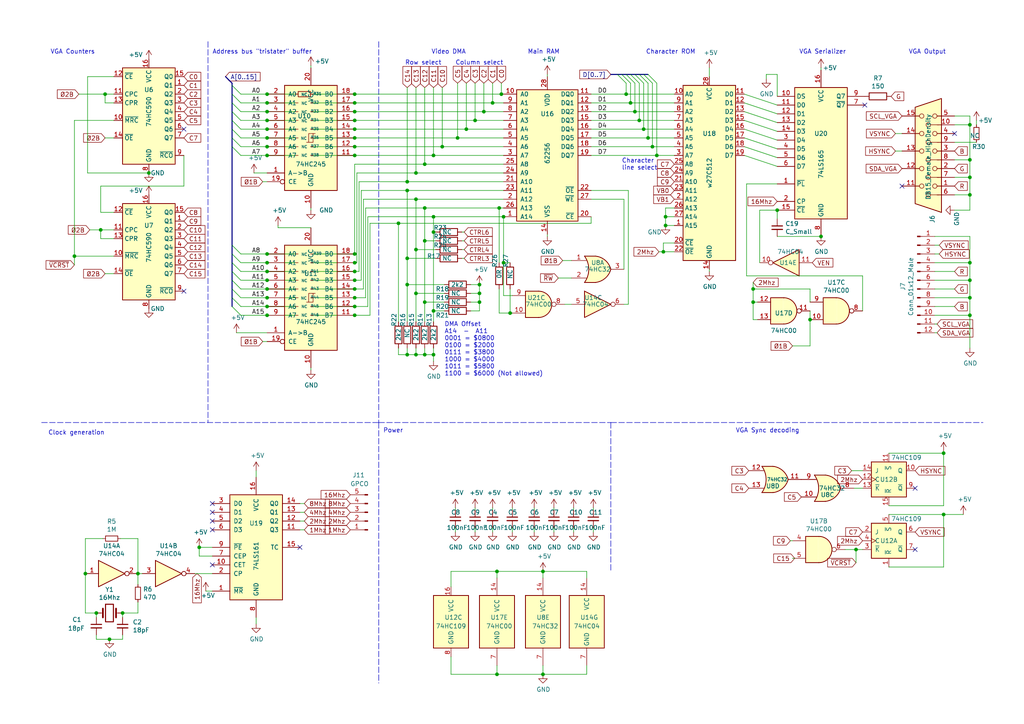
<source format=kicad_sch>
(kicad_sch (version 20211123) (generator eeschema)
  (paper "A4")
  (title_block (title "ABNielsen.com 6502 Single Board Computer") (rev "1") (comment 1 "Attribution-NonCommercial 4.0 International (CC BY-NC 4.0)"))
  (junction (at 125.73 67.31))
  (junction (at 190.5 45.085))
  (junction (at 118.11 102.87))
  (junction (at 77.47 91.44))
  (junction (at 125.73 102.87))
  (junction (at 35.56 177.8))
  (junction (at 146.05 76.2))
  (junction (at 120.65 102.87))
  (junction (at 115.57 64.77))
  (junction (at 139.065 87.63))
  (junction (at 27.94 177.8))
  (junction (at 77.47 42.545))
  (junction (at 132.715 40.005))
  (junction (at 77.47 45.085))
  (junction (at 184.15 32.385))
  (junction (at 145.415 27.305))
  (junction (at 281.305 46.355))
  (junction (at 24.765 166.37))
  (junction (at 120.65 57.785))
  (junction (at 281.305 91.44))
  (junction (at 120.65 72.39))
  (junction (at 125.73 90.17))
  (junction (at 77.47 78.74))
  (junction (at 182.88 29.845))
  (junction (at 77.47 81.28))
  (junction (at 118.11 52.705))
  (junction (at 123.19 47.625))
  (junction (at 102.87 42.545))
  (junction (at 102.87 88.9))
  (junction (at 77.47 83.82))
  (junction (at 281.305 86.36))
  (junction (at 102.87 45.085))
  (junction (at 118.11 55.245))
  (junction (at 185.42 34.925))
  (junction (at 77.47 32.385))
  (junction (at 146.05 62.865))
  (junction (at 77.47 88.9))
  (junction (at 40.005 166.37))
  (junction (at 193.04 62.865))
  (junction (at 238.125 68.58))
  (junction (at 118.11 74.93))
  (junction (at 123.19 102.87))
  (junction (at 102.87 40.005))
  (junction (at 31.75 185.42))
  (junction (at 77.47 29.845))
  (junction (at 281.305 36.195))
  (junction (at 123.19 60.325))
  (junction (at 77.47 76.2))
  (junction (at 128.27 42.545))
  (junction (at 144.78 60.325))
  (junction (at 77.47 86.36))
  (junction (at 234.95 92.71))
  (junction (at 21.59 74.295))
  (junction (at 189.23 42.545))
  (junction (at 30.48 27.305))
  (junction (at 120.65 50.165))
  (junction (at 186.69 37.465))
  (junction (at 281.305 76.2))
  (junction (at 102.87 76.2))
  (junction (at 29.21 66.675))
  (junction (at 102.87 81.28))
  (junction (at 57.785 158.75))
  (junction (at 137.795 34.925))
  (junction (at 102.87 83.82))
  (junction (at 157.48 195.58))
  (junction (at 120.65 85.09))
  (junction (at 273.685 131.445))
  (junction (at 102.87 27.305))
  (junction (at 192.405 73.025))
  (junction (at 218.44 83.82))
  (junction (at 273.685 149.225))
  (junction (at 77.47 73.66))
  (junction (at 118.11 82.55))
  (junction (at 102.87 29.845))
  (junction (at 144.145 165.735))
  (junction (at 281.305 51.435))
  (junction (at 281.305 81.28))
  (junction (at 77.47 34.925))
  (junction (at 139.065 85.09))
  (junction (at 144.145 195.58))
  (junction (at 139.065 82.55))
  (junction (at 102.87 78.74))
  (junction (at 102.87 37.465))
  (junction (at 102.87 73.66))
  (junction (at 125.73 62.865))
  (junction (at 225.425 60.96))
  (junction (at 123.19 87.63))
  (junction (at 248.285 159.385))
  (junction (at 102.87 34.925))
  (junction (at 77.47 37.465))
  (junction (at 135.255 37.465))
  (junction (at 43.18 50.165))
  (junction (at 281.305 56.515))
  (junction (at 102.87 86.36))
  (junction (at 102.87 32.385))
  (junction (at 123.19 69.85))
  (junction (at 125.73 45.085))
  (junction (at 140.335 32.385))
  (junction (at 193.04 65.405))
  (junction (at 77.47 40.005))
  (junction (at 157.48 165.735))
  (junction (at 218.44 87.63))
  (junction (at 102.87 91.44))
  (junction (at 181.61 27.305))
  (junction (at 77.47 27.305))
  (junction (at 147.955 90.805))
  (junction (at 187.96 40.005))
  (junction (at 142.875 29.845))
  (no_connect (at 261.62 53.975))
  (no_connect (at 53.34 37.465))
  (no_connect (at 265.43 159.385))
  (no_connect (at 250.825 30.48))
  (no_connect (at 61.595 146.05))
  (no_connect (at 61.595 153.67))
  (no_connect (at 276.86 38.735))
  (no_connect (at 53.34 84.455))
  (no_connect (at 61.595 148.59))
  (no_connect (at 265.43 141.605))
  (no_connect (at 61.595 151.13))
  (no_connect (at 86.995 158.75))
  (no_connect (at 61.595 163.83))
  (bus_entry (at 67.31 78.74) (size 2.54 2.54))
  (bus_entry (at 67.31 24.765) (size 2.54 2.54))
  (bus_entry (at 181.61 21.59) (size 2.54 2.54))
  (bus_entry (at 67.31 73.66) (size 2.54 2.54))
  (bus_entry (at 67.31 34.925) (size 2.54 2.54))
  (bus_entry (at 67.31 40.005) (size 2.54 2.54))
  (bus_entry (at 190.5 24.13) (size -2.54 -2.54))
  (bus_entry (at 67.31 86.36) (size 2.54 2.54))
  (bus_entry (at 185.42 24.13) (size -2.54 -2.54))
  (bus_entry (at 67.31 42.545) (size 2.54 2.54))
  (bus_entry (at 67.31 32.385) (size 2.54 2.54))
  (bus_entry (at 67.31 29.845) (size 2.54 2.54))
  (bus_entry (at 182.88 24.13) (size -2.54 -2.54))
  (bus_entry (at 189.23 24.13) (size -2.54 -2.54))
  (bus_entry (at 187.96 24.13) (size -2.54 -2.54))
  (bus_entry (at 186.69 24.13) (size -2.54 -2.54))
  (bus_entry (at 67.31 71.12) (size 2.54 2.54))
  (bus_entry (at 67.31 76.2) (size 2.54 2.54))
  (bus_entry (at 67.31 88.9) (size 2.54 2.54))
  (bus_entry (at 67.31 83.82) (size 2.54 2.54))
  (bus_entry (at 67.31 81.28) (size 2.54 2.54))
  (bus_entry (at 67.31 37.465) (size 2.54 2.54))
  (bus_entry (at 67.31 27.305) (size 2.54 2.54))
  (bus_entry (at 181.61 24.13) (size -2.54 -2.54))
  (wire (pts (xy 77.47 34.925) (xy 69.85 34.925)))
  (wire (pts (xy 76.2 99.06) (xy 77.47 99.06)))
  (wire (pts (xy 24.765 156.21) (xy 24.765 166.37)))
  (wire (pts (xy 133.985 69.85) (xy 134.62 69.85)))
  (wire (pts (xy 171.45 62.865) (xy 171.45 64.77)))
  (wire (pts (xy 90.17 60.96) (xy 90.17 60.325)))
  (wire (pts (xy 142.875 147.32) (xy 142.875 147.955)))
  (wire (pts (xy 120.65 102.87) (xy 123.19 102.87)))
  (wire (pts (xy 144.78 60.325) (xy 144.78 76.2)))
  (wire (pts (xy 53.34 45.085) (xy 53.34 53.975)))
  (bus (pts (xy 67.31 42.545) (xy 67.31 71.12)))
  (wire (pts (xy 86.995 151.13) (xy 88.265 151.13)))
  (wire (pts (xy 133.985 72.39) (xy 134.62 72.39)))
  (wire (pts (xy 195.58 70.485) (xy 192.405 70.485)))
  (wire (pts (xy 144.145 195.58) (xy 157.48 195.58)))
  (wire (pts (xy 77.47 37.465) (xy 85.725 37.465)))
  (wire (pts (xy 184.15 32.385) (xy 195.58 32.385)))
  (wire (pts (xy 120.65 85.09) (xy 128.905 85.09)))
  (wire (pts (xy 125.73 62.865) (xy 125.73 67.31)))
  (bus (pts (xy 180.34 21.59) (xy 181.61 21.59)))
  (wire (pts (xy 61.595 161.29) (xy 57.785 161.29)))
  (wire (pts (xy 281.305 36.195) (xy 281.305 46.355)))
  (wire (pts (xy 133.985 67.31) (xy 134.62 67.31)))
  (wire (pts (xy 123.19 47.625) (xy 146.05 47.625)))
  (wire (pts (xy 171.45 45.085) (xy 190.5 45.085)))
  (bus (pts (xy 184.15 21.59) (xy 185.42 21.59)))
  (wire (pts (xy 139.065 82.55) (xy 139.065 85.09)))
  (wire (pts (xy 154.94 147.32) (xy 154.94 147.955)))
  (bus (pts (xy 67.31 24.765) (xy 67.31 27.305)))
  (wire (pts (xy 192.405 73.025) (xy 195.58 73.025)))
  (wire (pts (xy 40.005 156.21) (xy 40.005 166.37)))
  (wire (pts (xy 136.525 82.55) (xy 139.065 82.55)))
  (wire (pts (xy 102.87 34.925) (xy 137.795 34.925)))
  (bus (pts (xy 67.31 29.845) (xy 67.31 32.385)))
  (wire (pts (xy 166.37 147.32) (xy 166.37 147.955)))
  (wire (pts (xy 77.47 52.705) (xy 76.2 52.705)))
  (wire (pts (xy 25.4 22.225) (xy 33.02 22.225)))
  (wire (pts (xy 215.9 27.305) (xy 225.425 30.48)))
  (wire (pts (xy 137.795 34.925) (xy 146.05 34.925)))
  (wire (pts (xy 257.81 149.225) (xy 273.685 149.225)))
  (wire (pts (xy 271.145 68.58) (xy 281.305 68.58)))
  (wire (pts (xy 147.955 83.82) (xy 147.955 90.805)))
  (wire (pts (xy 90.805 73.66) (xy 102.87 73.66)))
  (bus (pts (xy 177.165 21.59) (xy 179.07 21.59)))
  (wire (pts (xy 43.18 50.165) (xy 25.4 50.165)))
  (wire (pts (xy 250.19 80.01) (xy 216.535 80.01)))
  (wire (pts (xy 120.65 25.4) (xy 120.65 50.165)))
  (wire (pts (xy 120.65 72.39) (xy 126.365 72.39)))
  (wire (pts (xy 77.47 27.305) (xy 85.725 27.305)))
  (bus (pts (xy 179.07 21.59) (xy 180.34 21.59)))
  (wire (pts (xy 136.525 85.09) (xy 139.065 85.09)))
  (wire (pts (xy 132.08 147.32) (xy 132.08 147.955)))
  (wire (pts (xy 33.02 27.305) (xy 30.48 27.305)))
  (bus (pts (xy 67.31 34.925) (xy 67.31 37.465)))
  (wire (pts (xy 90.805 81.28) (xy 102.87 81.28)))
  (wire (pts (xy 102.87 27.305) (xy 145.415 27.305)))
  (wire (pts (xy 140.335 32.385) (xy 146.05 32.385)))
  (wire (pts (xy 77.47 83.82) (xy 69.85 83.82)))
  (wire (pts (xy 135.255 37.465) (xy 146.05 37.465)))
  (wire (pts (xy 145.415 24.13) (xy 145.415 27.305)))
  (wire (pts (xy 105.41 83.82) (xy 105.41 57.785)))
  (wire (pts (xy 191.135 73.025) (xy 192.405 73.025)))
  (wire (pts (xy 135.255 24.13) (xy 135.255 37.465)))
  (wire (pts (xy 142.875 29.845) (xy 146.05 29.845)))
  (wire (pts (xy 215.9 37.465) (xy 225.425 40.64)))
  (wire (pts (xy 120.65 85.09) (xy 120.65 93.345)))
  (wire (pts (xy 171.45 34.925) (xy 185.42 34.925)))
  (wire (pts (xy 107.315 64.77) (xy 107.315 91.44)))
  (wire (pts (xy 77.47 32.385) (xy 85.725 32.385)))
  (wire (pts (xy 276.86 46.355) (xy 281.305 46.355)))
  (wire (pts (xy 195.58 60.325) (xy 193.04 60.325)))
  (wire (pts (xy 90.805 91.44) (xy 102.87 91.44)))
  (wire (pts (xy 144.78 60.325) (xy 146.05 60.325)))
  (wire (pts (xy 225.425 68.58) (xy 238.125 68.58)))
  (wire (pts (xy 102.87 47.625) (xy 123.19 47.625)))
  (wire (pts (xy 215.9 45.085) (xy 225.425 48.26)))
  (wire (pts (xy 225.425 38.1) (xy 215.9 34.925)))
  (wire (pts (xy 273.685 149.225) (xy 273.685 164.465)))
  (wire (pts (xy 73.66 50.165) (xy 77.47 50.165)))
  (wire (pts (xy 137.795 147.32) (xy 137.795 147.955)))
  (bus (pts (xy 65.405 22.225) (xy 67.31 24.13)))
  (wire (pts (xy 53.34 53.975) (xy 29.21 53.975)))
  (wire (pts (xy 125.73 62.865) (xy 146.05 62.865)))
  (wire (pts (xy 24.765 166.37) (xy 24.765 177.8)))
  (wire (pts (xy 90.805 88.9) (xy 102.87 88.9)))
  (wire (pts (xy 123.19 69.85) (xy 126.365 69.85)))
  (wire (pts (xy 21.59 74.295) (xy 33.02 74.295)))
  (wire (pts (xy 133.985 74.93) (xy 134.62 74.93)))
  (wire (pts (xy 182.88 29.845) (xy 195.58 29.845)))
  (wire (pts (xy 193.04 62.865) (xy 193.04 65.405)))
  (wire (pts (xy 40.005 174.625) (xy 40.005 177.8)))
  (wire (pts (xy 185.42 24.13) (xy 185.42 34.925)))
  (wire (pts (xy 250.19 90.17) (xy 250.19 80.01)))
  (wire (pts (xy 220.345 76.2) (xy 220.345 60.96)))
  (wire (pts (xy 74.295 136.525) (xy 74.295 138.43)))
  (wire (pts (xy 77.47 42.545) (xy 85.725 42.545)))
  (wire (pts (xy 171.45 42.545) (xy 189.23 42.545)))
  (wire (pts (xy 33.02 61.595) (xy 29.21 61.595)))
  (wire (pts (xy 172.085 154.305) (xy 172.085 153.035)))
  (wire (pts (xy 102.87 40.005) (xy 132.715 40.005)))
  (wire (pts (xy 171.45 29.845) (xy 182.88 29.845)))
  (wire (pts (xy 21.59 74.295) (xy 21.59 76.835)))
  (wire (pts (xy 102.87 47.625) (xy 102.87 73.66)))
  (wire (pts (xy 34.925 156.21) (xy 40.005 156.21)))
  (wire (pts (xy 21.59 34.925) (xy 21.59 74.295)))
  (wire (pts (xy 77.47 32.385) (xy 69.85 32.385)))
  (wire (pts (xy 106.045 86.36) (xy 106.045 60.325)))
  (wire (pts (xy 104.14 52.705) (xy 118.11 52.705)))
  (wire (pts (xy 77.47 42.545) (xy 69.85 42.545)))
  (wire (pts (xy 271.145 86.36) (xy 281.305 86.36)))
  (wire (pts (xy 57.785 158.75) (xy 57.785 161.29)))
  (wire (pts (xy 139.065 90.17) (xy 136.525 90.17)))
  (wire (pts (xy 132.715 40.005) (xy 146.05 40.005)))
  (wire (pts (xy 56.515 166.37) (xy 61.595 166.37)))
  (polyline (pts (xy 177.165 122.555) (xy 285.115 122.555)))
  (wire (pts (xy 144.145 165.735) (xy 157.48 165.735)))
  (wire (pts (xy 106.045 60.325) (xy 123.19 60.325)))
  (wire (pts (xy 40.005 169.545) (xy 40.005 166.37)))
  (wire (pts (xy 118.11 82.55) (xy 128.905 82.55)))
  (wire (pts (xy 22.86 27.305) (xy 30.48 27.305)))
  (wire (pts (xy 118.11 74.93) (xy 118.11 82.55)))
  (wire (pts (xy 248.285 159.385) (xy 250.19 159.385)))
  (wire (pts (xy 281.305 33.655) (xy 281.305 36.195)))
  (wire (pts (xy 171.45 27.305) (xy 181.61 27.305)))
  (wire (pts (xy 77.47 34.925) (xy 85.725 34.925)))
  (wire (pts (xy 146.05 85.725) (xy 148.59 85.725)))
  (bus (pts (xy 67.31 73.66) (xy 67.31 76.2)))
  (wire (pts (xy 123.19 102.87) (xy 125.73 102.87)))
  (bus (pts (xy 67.31 81.28) (xy 67.31 83.82)))
  (wire (pts (xy 276.86 33.655) (xy 281.305 33.655)))
  (wire (pts (xy 171.45 55.245) (xy 182.245 55.245)))
  (wire (pts (xy 139.065 85.09) (xy 139.065 87.63)))
  (bus (pts (xy 67.31 86.36) (xy 67.31 88.9)))
  (wire (pts (xy 281.305 86.36) (xy 281.305 81.28)))
  (wire (pts (xy 216.535 53.34) (xy 225.425 53.34)))
  (wire (pts (xy 118.11 74.93) (xy 126.365 74.93)))
  (wire (pts (xy 276.86 41.275) (xy 283.21 41.275)))
  (wire (pts (xy 281.305 91.44) (xy 281.305 100.965)))
  (wire (pts (xy 245.11 159.385) (xy 248.285 159.385)))
  (wire (pts (xy 276.86 36.195) (xy 281.305 36.195)))
  (wire (pts (xy 215.9 42.545) (xy 225.425 45.72)))
  (wire (pts (xy 166.37 154.305) (xy 166.37 153.035)))
  (wire (pts (xy 86.995 146.05) (xy 88.265 146.05)))
  (wire (pts (xy 77.47 45.085) (xy 69.85 45.085)))
  (wire (pts (xy 130.81 170.18) (xy 130.81 165.735)))
  (wire (pts (xy 189.23 42.545) (xy 195.58 42.545)))
  (wire (pts (xy 271.145 83.82) (xy 276.86 83.82)))
  (wire (pts (xy 222.25 21.59) (xy 222.25 22.86)))
  (wire (pts (xy 137.795 154.305) (xy 137.795 153.035)))
  (polyline (pts (xy 12.065 122.555) (xy 109.855 122.555)))
  (wire (pts (xy 137.795 24.13) (xy 137.795 34.925)))
  (wire (pts (xy 77.47 88.9) (xy 69.85 88.9)))
  (wire (pts (xy 271.145 76.2) (xy 281.305 76.2)))
  (wire (pts (xy 105.41 57.785) (xy 120.65 57.785)))
  (wire (pts (xy 102.87 37.465) (xy 135.255 37.465)))
  (bus (pts (xy 67.31 24.13) (xy 67.31 24.765)))
  (wire (pts (xy 90.805 37.465) (xy 102.87 37.465)))
  (wire (pts (xy 184.15 24.13) (xy 184.15 32.385)))
  (wire (pts (xy 90.17 19.05) (xy 90.17 19.685)))
  (wire (pts (xy 195.58 62.865) (xy 193.04 62.865)))
  (wire (pts (xy 102.87 86.36) (xy 106.045 86.36)))
  (polyline (pts (xy 109.855 122.555) (xy 109.855 198.12)))
  (wire (pts (xy 281.305 76.2) (xy 281.305 68.58)))
  (wire (pts (xy 27.94 184.15) (xy 27.94 185.42)))
  (wire (pts (xy 86.995 148.59) (xy 88.265 148.59)))
  (wire (pts (xy 118.11 25.4) (xy 118.11 52.705)))
  (wire (pts (xy 90.17 66.04) (xy 80.645 66.04)))
  (wire (pts (xy 125.73 102.87) (xy 125.73 104.775)))
  (wire (pts (xy 118.11 55.245) (xy 118.11 74.93)))
  (wire (pts (xy 35.56 184.15) (xy 35.56 185.42)))
  (wire (pts (xy 118.11 100.965) (xy 118.11 102.87)))
  (wire (pts (xy 219.71 92.71) (xy 218.44 92.71)))
  (wire (pts (xy 130.81 195.58) (xy 144.145 195.58)))
  (wire (pts (xy 88.265 153.67) (xy 86.995 153.67)))
  (wire (pts (xy 123.19 25.4) (xy 123.19 47.625)))
  (wire (pts (xy 247.65 141.605) (xy 250.19 141.605)))
  (wire (pts (xy 218.44 83.82) (xy 218.44 81.915)))
  (wire (pts (xy 24.765 177.8) (xy 27.94 177.8)))
  (wire (pts (xy 77.47 40.005) (xy 85.725 40.005)))
  (wire (pts (xy 90.805 32.385) (xy 102.87 32.385)))
  (wire (pts (xy 35.56 177.8) (xy 35.56 179.07)))
  (wire (pts (xy 132.08 154.305) (xy 132.08 153.035)))
  (wire (pts (xy 259.715 38.735) (xy 261.62 38.735)))
  (wire (pts (xy 234.95 100.33) (xy 234.95 92.71)))
  (wire (pts (xy 142.875 24.13) (xy 142.875 29.845)))
  (wire (pts (xy 192.405 70.485) (xy 192.405 73.025)))
  (wire (pts (xy 104.775 55.245) (xy 118.11 55.245)))
  (bus (pts (xy 67.31 27.305) (xy 67.31 29.845)))
  (wire (pts (xy 77.47 40.005) (xy 69.85 40.005)))
  (wire (pts (xy 273.685 146.685) (xy 257.81 146.685)))
  (wire (pts (xy 281.305 51.435) (xy 281.305 56.515)))
  (wire (pts (xy 90.17 107.315) (xy 90.17 106.68)))
  (wire (pts (xy 115.57 102.87) (xy 118.11 102.87)))
  (wire (pts (xy 125.73 67.31) (xy 126.365 67.31)))
  (wire (pts (xy 225.425 43.18) (xy 215.9 40.005)))
  (wire (pts (xy 157.48 167.64) (xy 157.48 165.735)))
  (wire (pts (xy 77.47 76.2) (xy 69.85 76.2)))
  (wire (pts (xy 225.425 33.02) (xy 215.9 29.845)))
  (wire (pts (xy 40.005 166.37) (xy 41.275 166.37)))
  (wire (pts (xy 125.73 45.085) (xy 146.05 45.085)))
  (wire (pts (xy 27.94 185.42) (xy 31.75 185.42)))
  (wire (pts (xy 103.505 50.165) (xy 120.65 50.165)))
  (wire (pts (xy 182.88 24.13) (xy 182.88 29.845)))
  (wire (pts (xy 40.005 177.8) (xy 35.56 177.8)))
  (wire (pts (xy 77.47 29.845) (xy 69.85 29.845)))
  (wire (pts (xy 77.47 91.44) (xy 69.85 91.44)))
  (wire (pts (xy 247.015 136.525) (xy 250.19 136.525)))
  (wire (pts (xy 125.73 90.17) (xy 128.905 90.17)))
  (wire (pts (xy 182.245 88.265) (xy 180.975 88.265)))
  (wire (pts (xy 77.47 81.28) (xy 69.85 81.28)))
  (wire (pts (xy 172.085 147.32) (xy 172.085 147.955)))
  (wire (pts (xy 276.86 51.435) (xy 281.305 51.435)))
  (wire (pts (xy 61.595 158.75) (xy 57.785 158.75)))
  (wire (pts (xy 115.57 100.965) (xy 115.57 102.87)))
  (bus (pts (xy 186.69 21.59) (xy 187.96 21.59)))
  (wire (pts (xy 158.75 68.58) (xy 158.75 67.945)))
  (wire (pts (xy 102.87 32.385) (xy 140.335 32.385)))
  (wire (pts (xy 125.73 25.4) (xy 125.73 45.085)))
  (wire (pts (xy 180.975 78.105) (xy 180.975 57.785)))
  (wire (pts (xy 157.48 195.58) (xy 170.18 195.58)))
  (wire (pts (xy 215.9 32.385) (xy 225.425 35.56)))
  (wire (pts (xy 128.27 25.4) (xy 128.27 42.545)))
  (wire (pts (xy 281.305 60.96) (xy 276.86 60.96)))
  (wire (pts (xy 90.805 29.845) (xy 102.87 29.845)))
  (wire (pts (xy 225.425 63.5) (xy 225.425 60.96)))
  (bus (pts (xy 67.31 76.2) (xy 67.31 78.74)))
  (wire (pts (xy 26.035 66.675) (xy 29.21 66.675)))
  (wire (pts (xy 181.61 27.305) (xy 195.58 27.305)))
  (wire (pts (xy 257.81 131.445) (xy 273.685 131.445)))
  (wire (pts (xy 29.21 66.675) (xy 33.02 66.675)))
  (wire (pts (xy 132.715 24.13) (xy 132.715 40.005)))
  (wire (pts (xy 171.45 32.385) (xy 184.15 32.385)))
  (wire (pts (xy 90.805 27.305) (xy 102.87 27.305)))
  (wire (pts (xy 171.45 64.77) (xy 115.57 64.77)))
  (wire (pts (xy 29.21 53.975) (xy 29.21 61.595)))
  (wire (pts (xy 77.47 86.36) (xy 85.725 86.36)))
  (wire (pts (xy 77.47 83.82) (xy 85.725 83.82)))
  (wire (pts (xy 234.95 90.17) (xy 234.95 92.71)))
  (bus (pts (xy 67.31 83.82) (xy 67.31 86.36)))
  (wire (pts (xy 77.47 73.66) (xy 69.85 73.66)))
  (wire (pts (xy 102.87 78.74) (xy 104.14 78.74)))
  (wire (pts (xy 77.47 29.845) (xy 85.725 29.845)))
  (wire (pts (xy 219.71 87.63) (xy 218.44 87.63)))
  (wire (pts (xy 125.73 100.965) (xy 125.73 102.87)))
  (wire (pts (xy 74.295 180.975) (xy 74.295 179.07)))
  (wire (pts (xy 25.4 50.165) (xy 25.4 22.225)))
  (wire (pts (xy 120.65 57.785) (xy 146.05 57.785)))
  (wire (pts (xy 29.845 156.21) (xy 24.765 156.21)))
  (wire (pts (xy 90.805 76.2) (xy 102.87 76.2)))
  (wire (pts (xy 90.805 45.085) (xy 102.87 45.085)))
  (wire (pts (xy 128.27 42.545) (xy 146.05 42.545)))
  (wire (pts (xy 77.47 37.465) (xy 69.85 37.465)))
  (wire (pts (xy 77.47 78.74) (xy 85.725 78.74)))
  (wire (pts (xy 229.87 100.33) (xy 234.95 100.33)))
  (wire (pts (xy 163.195 75.565) (xy 165.735 75.565)))
  (wire (pts (xy 136.525 87.63) (xy 139.065 87.63)))
  (wire (pts (xy 238.125 20.32) (xy 238.125 19.685)))
  (wire (pts (xy 77.47 73.66) (xy 85.725 73.66)))
  (wire (pts (xy 281.305 91.44) (xy 281.305 86.36)))
  (wire (pts (xy 157.48 193.04) (xy 157.48 195.58)))
  (wire (pts (xy 225.425 21.59) (xy 222.25 21.59)))
  (wire (pts (xy 186.69 24.13) (xy 186.69 37.465)))
  (wire (pts (xy 171.45 37.465) (xy 186.69 37.465)))
  (wire (pts (xy 123.19 69.85) (xy 123.19 87.63)))
  (wire (pts (xy 102.87 83.82) (xy 105.41 83.82)))
  (wire (pts (xy 193.04 60.325) (xy 193.04 62.865)))
  (wire (pts (xy 229.235 156.845) (xy 229.87 156.845)))
  (bus (pts (xy 67.31 71.12) (xy 67.31 73.66)))
  (wire (pts (xy 77.47 86.36) (xy 69.85 86.36)))
  (wire (pts (xy 271.145 93.98) (xy 271.78 93.98)))
  (wire (pts (xy 106.68 62.865) (xy 125.73 62.865)))
  (wire (pts (xy 195.58 65.405) (xy 193.04 65.405)))
  (bus (pts (xy 67.31 37.465) (xy 67.31 40.005)))
  (wire (pts (xy 120.65 100.965) (xy 120.65 102.87)))
  (wire (pts (xy 144.145 167.64) (xy 144.145 165.735)))
  (wire (pts (xy 80.645 66.04) (xy 80.645 65.405)))
  (wire (pts (xy 271.78 96.52) (xy 271.145 96.52)))
  (wire (pts (xy 187.96 40.005) (xy 195.58 40.005)))
  (wire (pts (xy 281.305 56.515) (xy 281.305 60.96)))
  (wire (pts (xy 30.48 40.005) (xy 33.02 40.005)))
  (wire (pts (xy 90.805 34.925) (xy 102.87 34.925)))
  (wire (pts (xy 102.87 45.085) (xy 125.73 45.085)))
  (wire (pts (xy 123.19 60.325) (xy 144.78 60.325)))
  (wire (pts (xy 115.57 64.77) (xy 115.57 93.345)))
  (polyline (pts (xy 60.325 12.065) (xy 60.325 122.555)))
  (wire (pts (xy 118.11 82.55) (xy 118.11 93.345)))
  (wire (pts (xy 61.595 171.45) (xy 59.69 171.45)))
  (wire (pts (xy 90.805 42.545) (xy 102.87 42.545)))
  (wire (pts (xy 130.81 165.735) (xy 144.145 165.735)))
  (wire (pts (xy 77.47 88.9) (xy 85.725 88.9)))
  (wire (pts (xy 103.505 76.2) (xy 103.505 50.165)))
  (wire (pts (xy 123.19 87.63) (xy 123.19 93.345)))
  (wire (pts (xy 125.73 67.31) (xy 125.73 90.17)))
  (wire (pts (xy 170.18 195.58) (xy 170.18 193.04)))
  (wire (pts (xy 90.805 40.005) (xy 102.87 40.005)))
  (wire (pts (xy 259.715 43.815) (xy 261.62 43.815)))
  (wire (pts (xy 189.23 24.13) (xy 189.23 42.545)))
  (wire (pts (xy 30.48 79.375) (xy 33.02 79.375)))
  (wire (pts (xy 218.44 83.82) (xy 218.44 87.63)))
  (wire (pts (xy 225.425 27.94) (xy 225.425 21.59)))
  (wire (pts (xy 123.19 60.325) (xy 123.19 69.85)))
  (wire (pts (xy 144.78 83.82) (xy 144.78 90.805)))
  (wire (pts (xy 154.94 154.305) (xy 154.94 153.035)))
  (wire (pts (xy 142.875 154.305) (xy 142.875 153.035)))
  (wire (pts (xy 77.47 27.305) (xy 69.85 27.305)))
  (wire (pts (xy 90.805 83.82) (xy 102.87 83.82)))
  (wire (pts (xy 163.83 88.265) (xy 165.735 88.265)))
  (wire (pts (xy 281.305 46.355) (xy 281.305 51.435)))
  (bus (pts (xy 67.31 40.005) (xy 67.31 42.545)))
  (wire (pts (xy 218.44 87.63) (xy 218.44 92.71)))
  (wire (pts (xy 273.685 131.445) (xy 273.685 146.685)))
  (wire (pts (xy 144.145 193.04) (xy 144.145 195.58)))
  (wire (pts (xy 148.59 147.32) (xy 148.59 147.955)))
  (wire (pts (xy 190.5 45.085) (xy 195.58 45.085)))
  (wire (pts (xy 33.02 34.925) (xy 21.59 34.925)))
  (wire (pts (xy 90.805 78.74) (xy 102.87 78.74)))
  (polyline (pts (xy 109.855 12.065) (xy 109.855 122.555)))
  (wire (pts (xy 139.065 87.63) (xy 139.065 90.17)))
  (wire (pts (xy 107.315 91.44) (xy 102.87 91.44)))
  (wire (pts (xy 102.87 81.28) (xy 104.775 81.28)))
  (wire (pts (xy 68.58 96.52) (xy 77.47 96.52)))
  (bus (pts (xy 181.61 21.59) (xy 182.88 21.59)))
  (wire (pts (xy 171.45 57.785) (xy 180.975 57.785)))
  (wire (pts (xy 30.48 29.845) (xy 33.02 29.845)))
  (wire (pts (xy 115.57 64.77) (xy 107.315 64.77)))
  (wire (pts (xy 271.145 88.9) (xy 276.86 88.9)))
  (wire (pts (xy 140.335 24.13) (xy 140.335 32.385)))
  (wire (pts (xy 123.19 100.965) (xy 123.19 102.87)))
  (polyline (pts (xy 109.855 122.555) (xy 177.165 122.555)))
  (wire (pts (xy 182.245 55.245) (xy 182.245 88.265)))
  (wire (pts (xy 30.48 27.305) (xy 30.48 29.845)))
  (wire (pts (xy 90.805 86.36) (xy 102.87 86.36)))
  (wire (pts (xy 120.65 57.785) (xy 120.65 72.39)))
  (wire (pts (xy 160.655 154.305) (xy 160.655 153.035)))
  (wire (pts (xy 125.73 90.17) (xy 125.73 93.345)))
  (wire (pts (xy 276.86 56.515) (xy 281.305 56.515)))
  (wire (pts (xy 31.75 185.42) (xy 35.56 185.42)))
  (wire (pts (xy 273.685 164.465) (xy 257.81 164.465)))
  (wire (pts (xy 106.68 88.9) (xy 106.68 62.865)))
  (wire (pts (xy 27.94 177.8) (xy 27.94 179.07)))
  (wire (pts (xy 220.345 60.96) (xy 225.425 60.96)))
  (wire (pts (xy 146.05 76.2) (xy 146.05 85.725)))
  (wire (pts (xy 271.145 91.44) (xy 281.305 91.44)))
  (wire (pts (xy 230.505 161.925) (xy 229.87 161.925)))
  (wire (pts (xy 273.685 149.225) (xy 279.4 149.225)))
  (wire (pts (xy 33.02 69.215) (xy 29.21 69.215)))
  (wire (pts (xy 123.19 87.63) (xy 128.905 87.63)))
  (wire (pts (xy 120.65 50.165) (xy 146.05 50.165)))
  (wire (pts (xy 171.45 40.005) (xy 187.96 40.005)))
  (wire (pts (xy 77.47 91.44) (xy 85.725 91.44)))
  (wire (pts (xy 271.145 81.28) (xy 281.305 81.28)))
  (wire (pts (xy 190.5 24.13) (xy 190.5 45.085)))
  (wire (pts (xy 77.47 76.2) (xy 85.725 76.2)))
  (wire (pts (xy 145.415 27.305) (xy 146.05 27.305)))
  (wire (pts (xy 130.81 190.5) (xy 130.81 195.58)))
  (wire (pts (xy 104.775 81.28) (xy 104.775 55.245)))
  (wire (pts (xy 234.95 87.63) (xy 234.95 83.82)))
  (wire (pts (xy 146.05 62.865) (xy 146.05 76.2)))
  (wire (pts (xy 272.415 73.66) (xy 271.145 73.66)))
  (bus (pts (xy 67.31 32.385) (xy 67.31 34.925)))
  (wire (pts (xy 120.65 72.39) (xy 120.65 85.09)))
  (wire (pts (xy 272.415 71.12) (xy 271.145 71.12)))
  (wire (pts (xy 248.285 159.385) (xy 248.285 163.195)))
  (wire (pts (xy 146.05 76.2) (xy 147.955 76.2)))
  (wire (pts (xy 205.74 78.74) (xy 205.74 78.105)))
  (wire (pts (xy 186.69 37.465) (xy 195.58 37.465)))
  (wire (pts (xy 77.47 45.085) (xy 85.725 45.085)))
  (wire (pts (xy 102.87 29.845) (xy 142.875 29.845)))
  (wire (pts (xy 102.87 88.9) (xy 106.68 88.9)))
  (wire (pts (xy 160.655 147.32) (xy 160.655 147.955)))
  (wire (pts (xy 170.18 165.735) (xy 157.48 165.735)))
  (wire (pts (xy 158.75 22.225) (xy 158.75 21.59)))
  (wire (pts (xy 181.61 24.13) (xy 181.61 27.305)))
  (wire (pts (xy 118.11 102.87) (xy 120.65 102.87)))
  (wire (pts (xy 170.18 167.64) (xy 170.18 165.735)))
  (wire (pts (xy 148.59 154.305) (xy 148.59 153.035)))
  (wire (pts (xy 147.955 90.805) (xy 144.78 90.805)))
  (wire (pts (xy 29.21 69.215) (xy 29.21 66.675)))
  (bus (pts (xy 67.31 78.74) (xy 67.31 81.28)))
  (wire (pts (xy 273.685 131.445) (xy 273.685 130.81)))
  (polyline (pts (xy 177.165 122.555) (xy 177.165 165.735)))
  (wire (pts (xy 161.925 80.645) (xy 165.735 80.645)))
  (wire (pts (xy 118.11 52.705) (xy 146.05 52.705)))
  (bus (pts (xy 182.88 21.59) (xy 184.15 21.59)))
  (wire (pts (xy 104.14 78.74) (xy 104.14 52.705)))
  (wire (pts (xy 234.95 83.82) (xy 218.44 83.82)))
  (wire (pts (xy 118.11 55.245) (xy 146.05 55.245)))
  (wire (pts (xy 77.47 78.74) (xy 69.85 78.74)))
  (wire (pts (xy 283.21 34.925) (xy 283.21 36.195)))
  (wire (pts (xy 205.74 22.225) (xy 205.74 19.685)))
  (wire (pts (xy 185.42 34.925) (xy 195.58 34.925)))
  (wire (pts (xy 77.47 81.28) (xy 85.725 81.28)))
  (wire (pts (xy 281.305 81.28) (xy 281.305 76.2)))
  (wire (pts (xy 102.87 42.545) (xy 128.27 42.545)))
  (wire (pts (xy 187.96 24.13) (xy 187.96 40.005)))
  (wire (pts (xy 102.87 76.2) (xy 103.505 76.2)))
  (wire (pts (xy 148.59 90.805) (xy 147.955 90.805)))
  (wire (pts (xy 276.86 78.74) (xy 271.145 78.74)))
  (bus (pts (xy 185.42 21.59) (xy 186.69 21.59)))
  (wire (pts (xy 216.535 80.01) (xy 216.535 53.34)))
  (text "Row select" (at 117.475 19.05 0) (effects (font (size 1.27 1.27)) (justify left bottom)))
  (text "VGA Counters" (at 14.605 15.875 0) (effects (font (size 1.27 1.27)) (justify left bottom)))
  (text "VGA Sync decoding" (at 213.36 125.73 0) (effects (font (size 1.27 1.27)) (justify left bottom)))
  (text "DMA Offset\nA14  -  A11\n0001 = $0800\n0100 = $2000\n0111 = $3800\n1000 = $4000\n1011 = $5800\n1100 = $6000 (Not allowed)" (at 128.905 109.22 0) (effects (font (size 1.27 1.27)) (justify left bottom)))
  (text "Address bus \"tristater\" buffer" (at 61.595 15.875 0) (effects (font (size 1.27 1.27)) (justify left bottom)))
  (text "Character ROM" (at 187.325 15.875 0) (effects (font (size 1.27 1.27)) (justify left bottom)))
  (text "VGA Output" (at 263.525 15.875 0) (effects (font (size 1.27 1.27)) (justify left bottom)))
  (text "Video DMA" (at 125.095 15.875 0) (effects (font (size 1.27 1.27)) (justify left bottom)))
  (text "VGA Serializer" (at 231.775 15.875 0) (effects (font (size 1.27 1.27)) (justify left bottom)))
  (text "Character\nline select" (at 180.34 49.53 0) (effects (font (size 1.27 1.27)) (justify left bottom)))
  (text "Column select" (at 132.08 19.05 0) (effects (font (size 1.27 1.27)) (justify left bottom)))
  (text "Clock generation" (at 13.97 126.365 0) (effects (font (size 1.27 1.27)) (justify left bottom)))
  (text "Main RAM" (at 153.035 15.875 0) (effects (font (size 1.27 1.27)) (justify left bottom)))
  (text "Power" (at 111.125 125.73 0) (effects (font (size 1.27 1.27)) (justify left bottom)))
  (label "A8" (at 73.025 73.66 0))
  (label "D1" (at 173.355 29.845 0))
  (label "A0" (at 73.025 27.305 0))
  (label "A6" (at 73.025 42.545 0))
  (label "A11" (at 73.025 81.28 0))
  (label "D7" (at 173.355 45.085 0))
  (label "D4" (at 173.355 37.465 0))
  (label "A3" (at 73.025 34.925 0))
  (label "A14" (at 73.025 88.9 0))
  (label "D6" (at 173.355 42.545 0))
  (label "A10" (at 73.025 78.74 0))
  (label "D0" (at 173.355 27.305 0))
  (label "D2" (at 173.355 32.385 0))
  (label "A15" (at 73.025 91.44 0))
  (label "A4" (at 73.025 37.465 0))
  (label "A2" (at 73.025 32.385 0))
  (label "A9" (at 73.025 76.2 0))
  (label "D3" (at 173.355 34.925 0))
  (label "A5" (at 73.025 40.005 0))
  (label "D5" (at 173.355 40.005 0))
  (label "A12" (at 73.025 83.82 0))
  (label "A13" (at 73.025 86.36 0))
  (label "A7" (at 73.025 45.085 0))
  (label "A1" (at 73.025 29.845 0))
  (global_label "1Mhz" (shape input) (at 101.6 153.67 180) (property "Intersheet References" "${INTERSHEET_REFS}" (effects hide)))
  (global_label "C4" (shape input) (at 53.34 32.385 0) (property "Intersheet References" "${INTERSHEET_REFS}" (effects hide)))
  (global_label "8Mhz" (shape input) (at 101.6 146.05 180) (property "Intersheet References" "${INTERSHEET_REFS}" (effects hide)))
  (global_label "Ø1B" (shape input) (at 76.2 52.705 180) (property "Intersheet References" "${INTERSHEET_REFS}" (effects hide)))
  (global_label "SDA_VGA" (shape input) (at 261.62 48.895 180) (property "Intersheet References" "${INTERSHEET_REFS}" (effects hide)))
  (global_label "C2" (shape input) (at 53.34 27.305 0) (property "Intersheet References" "${INTERSHEET_REFS}" (effects hide)))
  (global_label "C9" (shape input) (at 229.235 156.845 180) (property "Intersheet References" "${INTERSHEET_REFS}" (effects hide)))
  (global_label "R" (shape input) (at 276.86 78.74 0) (property "Intersheet References" "${INTERSHEET_REFS}" (effects hide)))
  (global_label "C5" (shape input) (at 53.34 34.925 0) (property "Intersheet References" "${INTERSHEET_REFS}" (effects hide)))
  (global_label "C13" (shape input) (at 120.65 25.4 90) (property "Intersheet References" "${INTERSHEET_REFS}" (effects hide)))
  (global_label "C7" (shape input) (at 53.34 40.005 0) (property "Intersheet References" "${INTERSHEET_REFS}" (effects hide)))
  (global_label "C3" (shape input) (at 247.015 136.525 180) (property "Intersheet References" "${INTERSHEET_REFS}" (effects hide)))
  (global_label "CTRL6" (shape input) (at 134.62 67.31 0) (property "Intersheet References" "${INTERSHEET_REFS}" (effects hide)))
  (global_label "G" (shape input) (at 276.86 83.82 0) (property "Intersheet References" "${INTERSHEET_REFS}" (effects hide)))
  (global_label "C14" (shape input) (at 53.34 76.835 0) (property "Intersheet References" "${INTERSHEET_REFS}" (effects hide)))
  (global_label "CTRL4" (shape input) (at 134.62 72.39 0) (property "Intersheet References" "${INTERSHEET_REFS}" (effects hide)))
  (global_label "VB1" (shape input) (at 195.58 57.785 180) (property "Intersheet References" "${INTERSHEET_REFS}" (effects hide)))
  (global_label "16Mhz" (shape input) (at 225.425 58.42 180) (property "Intersheet References" "${INTERSHEET_REFS}" (effects hide)))
  (global_label "VB0" (shape input) (at 195.58 55.245 180) (property "Intersheet References" "${INTERSHEET_REFS}" (effects hide)))
  (global_label "~{VCRST}" (shape input) (at 21.59 76.835 180) (property "Intersheet References" "${INTERSHEET_REFS}" (effects hide)))
  (global_label "8Mhz" (shape input) (at 88.265 146.05 0) (property "Intersheet References" "${INTERSHEET_REFS}" (effects hide)))
  (global_label "CTRL3" (shape input) (at 134.62 74.93 0) (property "Intersheet References" "${INTERSHEET_REFS}" (effects hide)))
  (global_label "G" (shape input) (at 258.445 27.94 0) (property "Intersheet References" "${INTERSHEET_REFS}" (effects hide)))
  (global_label "Ø2B" (shape input) (at 30.48 40.005 180) (property "Intersheet References" "${INTERSHEET_REFS}" (effects hide)))
  (global_label "D[0..7]" (shape input) (at 177.165 21.59 180) (property "Intersheet References" "${INTERSHEET_REFS}" (effects hide)))
  (global_label "Ø2B" (shape input) (at 30.48 79.375 180) (property "Intersheet References" "${INTERSHEET_REFS}" (effects hide)))
  (global_label "~{VCRST}" (shape input) (at 248.285 163.195 180) (property "Intersheet References" "${INTERSHEET_REFS}" (effects hide)))
  (global_label "C9" (shape input) (at 195.58 52.705 180) (property "Intersheet References" "${INTERSHEET_REFS}" (effects hide)))
  (global_label "C2" (shape input) (at 140.335 24.13 90) (property "Intersheet References" "${INTERSHEET_REFS}" (effects hide)))
  (global_label "C13" (shape input) (at 53.34 74.295 0) (property "Intersheet References" "${INTERSHEET_REFS}" (effects hide)))
  (global_label "2Mhz" (shape input) (at 101.6 151.13 180) (property "Intersheet References" "${INTERSHEET_REFS}" (effects hide)))
  (global_label "C4" (shape input) (at 135.255 24.13 90) (property "Intersheet References" "${INTERSHEET_REFS}" (effects hide)))
  (global_label "C11" (shape input) (at 53.34 69.215 0) (property "Intersheet References" "${INTERSHEET_REFS}" (effects hide)))
  (global_label "B" (shape input) (at 276.86 43.815 0) (property "Intersheet References" "${INTERSHEET_REFS}" (effects hide)))
  (global_label "SDA_VGA" (shape input) (at 271.78 96.52 0) (property "Intersheet References" "${INTERSHEET_REFS}" (effects hide)))
  (global_label "C15" (shape input) (at 230.505 161.925 180) (property "Intersheet References" "${INTERSHEET_REFS}" (effects hide)))
  (global_label "2Mhz" (shape input) (at 218.44 81.915 0) (property "Intersheet References" "${INTERSHEET_REFS}" (effects hide)))
  (global_label "Ø1B" (shape input) (at 229.87 100.33 180) (property "Intersheet References" "${INTERSHEET_REFS}" (effects hide)))
  (global_label "2Mhz" (shape input) (at 88.265 151.13 0) (property "Intersheet References" "${INTERSHEET_REFS}" (effects hide)))
  (global_label "C7" (shape input) (at 250.19 154.305 180) (property "Intersheet References" "${INTERSHEET_REFS}" (effects hide)))
  (global_label "C1" (shape input) (at 53.34 24.765 0) (property "Intersheet References" "${INTERSHEET_REFS}" (effects hide)))
  (global_label "C5" (shape input) (at 232.41 144.145 180) (property "Intersheet References" "${INTERSHEET_REFS}" (effects hide)))
  (global_label "SCL_VGA" (shape input) (at 261.62 33.655 180) (property "Intersheet References" "${INTERSHEET_REFS}" (effects hide)))
  (global_label "C15" (shape input) (at 53.34 79.375 0) (property "Intersheet References" "${INTERSHEET_REFS}" (effects hide)))
  (global_label "C5" (shape input) (at 132.715 24.13 90) (property "Intersheet References" "${INTERSHEET_REFS}" (effects hide)))
  (global_label "C9" (shape input) (at 53.34 64.135 0) (property "Intersheet References" "${INTERSHEET_REFS}" (effects hide)))
  (global_label "C1" (shape input) (at 142.875 24.13 90) (property "Intersheet References" "${INTERSHEET_REFS}" (effects hide)))
  (global_label "VSYNC" (shape input) (at 259.715 38.735 180) (property "Intersheet References" "${INTERSHEET_REFS}" (effects hide)))
  (global_label "C14" (shape input) (at 118.11 25.4 90) (property "Intersheet References" "${INTERSHEET_REFS}" (effects hide)))
  (global_label "4Mhz" (shape input) (at 101.6 148.59 180) (property "Intersheet References" "${INTERSHEET_REFS}" (effects hide)))
  (global_label "C10" (shape input) (at 53.34 66.675 0) (property "Intersheet References" "${INTERSHEET_REFS}" (effects hide)))
  (global_label "C7" (shape input) (at 195.58 47.625 180) (property "Intersheet References" "${INTERSHEET_REFS}" (effects hide)))
  (global_label "HSYNC" (shape input) (at 259.715 43.815 180) (property "Intersheet References" "${INTERSHEET_REFS}" (effects hide)))
  (global_label "R" (shape input) (at 276.86 53.975 0) (property "Intersheet References" "${INTERSHEET_REFS}" (effects hide)))
  (global_label "C3" (shape input) (at 217.17 136.525 180) (property "Intersheet References" "${INTERSHEET_REFS}" (effects hide)))
  (global_label "16Mhz" (shape input) (at 57.15 166.37 270) (property "Intersheet References" "${INTERSHEET_REFS}" (effects hide)))
  (global_label "VEN" (shape input) (at 235.585 76.2 0) (property "Intersheet References" "${INTERSHEET_REFS}" (effects hide)))
  (global_label "C3" (shape input) (at 53.34 29.845 0) (property "Intersheet References" "${INTERSHEET_REFS}" (effects hide)))
  (global_label "Ø2B" (shape input) (at 26.035 66.675 180) (property "Intersheet References" "${INTERSHEET_REFS}" (effects hide)))
  (global_label "C4" (shape input) (at 217.17 141.605 180) (property "Intersheet References" "${INTERSHEET_REFS}" (effects hide)))
  (global_label "C12" (shape input) (at 123.19 25.4 90) (property "Intersheet References" "${INTERSHEET_REFS}" (effects hide)))
  (global_label "Ø2B" (shape input) (at 22.86 27.305 180) (property "Intersheet References" "${INTERSHEET_REFS}" (effects hide)))
  (global_label "2Mhz" (shape input) (at 250.19 139.065 180) (property "Intersheet References" "${INTERSHEET_REFS}" (effects hide)))
  (global_label "2Mhz" (shape input) (at 250.19 156.845 180) (property "Intersheet References" "${INTERSHEET_REFS}" (effects hide)))
  (global_label "VSYNC" (shape input) (at 265.43 154.305 0) (property "Intersheet References" "${INTERSHEET_REFS}" (effects hide)))
  (global_label "4Mhz" (shape input) (at 88.265 148.59 0) (property "Intersheet References" "${INTERSHEET_REFS}" (effects hide)))
  (global_label "C0" (shape input) (at 53.34 22.225 0) (property "Intersheet References" "${INTERSHEET_REFS}" (effects hide)))
  (global_label "16Mhz" (shape input) (at 101.6 143.51 180) (property "Intersheet References" "${INTERSHEET_REFS}" (effects hide)))
  (global_label "C8" (shape input) (at 53.34 61.595 0) (property "Intersheet References" "${INTERSHEET_REFS}" (effects hide)))
  (global_label "Ø1B" (shape input) (at 163.195 75.565 180) (property "Intersheet References" "${INTERSHEET_REFS}" (effects hide)))
  (global_label "C10" (shape input) (at 128.27 25.4 90) (property "Intersheet References" "${INTERSHEET_REFS}" (effects hide)))
  (global_label "G" (shape input) (at 276.86 48.895 0) (property "Intersheet References" "${INTERSHEET_REFS}" (effects hide)))
  (global_label "C8" (shape input) (at 195.58 50.165 180) (property "Intersheet References" "${INTERSHEET_REFS}" (effects hide)))
  (global_label "1Mhz" (shape input) (at 88.265 153.67 0) (property "Intersheet References" "${INTERSHEET_REFS}" (effects hide)))
  (global_label "C0" (shape input) (at 145.415 24.13 90) (property "Intersheet References" "${INTERSHEET_REFS}" (effects hide)))
  (global_label "CTRL5" (shape input) (at 134.62 69.85 0) (property "Intersheet References" "${INTERSHEET_REFS}" (effects hide)))
  (global_label "~{RW}" (shape input) (at 161.925 80.645 180) (property "Intersheet References" "${INTERSHEET_REFS}" (effects hide)))
  (global_label "HSYNC" (shape input) (at 272.415 73.66 0) (property "Intersheet References" "${INTERSHEET_REFS}" (effects hide)))
  (global_label "C11" (shape input) (at 125.73 25.4 90) (property "Intersheet References" "${INTERSHEET_REFS}" (effects hide)))
  (global_label "B" (shape input) (at 276.86 88.9 0) (property "Intersheet References" "${INTERSHEET_REFS}" (effects hide)))
  (global_label "C3" (shape input) (at 137.795 24.13 90) (property "Intersheet References" "${INTERSHEET_REFS}" (effects hide)))
  (global_label "VSYNC" (shape input) (at 272.415 71.12 0) (property "Intersheet References" "${INTERSHEET_REFS}" (effects hide)))
  (global_label "A[0..15]" (shape input) (at 65.405 22.225 0) (property "Intersheet References" "${INTERSHEET_REFS}" (effects hide)))
  (global_label "Ø1B" (shape input) (at 76.2 99.06 180) (property "Intersheet References" "${INTERSHEET_REFS}" (effects hide)))
  (global_label "SCL_VGA" (shape input) (at 271.78 93.98 0) (property "Intersheet References" "${INTERSHEET_REFS}" (effects hide)))
  (global_label "C12" (shape input) (at 53.34 71.755 0) (property "Intersheet References" "${INTERSHEET_REFS}" (effects hide)))
  (global_label "2Mhz" (shape input) (at 191.135 73.025 180) (property "Intersheet References" "${INTERSHEET_REFS}" (effects hide)))
  (global_label "HSYNC" (shape input) (at 265.43 136.525 0) (property "Intersheet References" "${INTERSHEET_REFS}" (effects hide)))
  (symbol (lib_id "74xx:74LS161") (at 74.295 158.75 0) (unit 1)
    (property "Reference" "U19" (at 74.295 151.765 0))
    (property "Value" "74LS161" (at 74.295 161.29 90))
    (property "Footprint" "Package_DIP:DIP-16_W7.62mm" (effects hide))
    (property "Datasheet" "http://www.ti.com/lit/gpn/sn74LS161" (effects hide))
  )
  (symbol (lib_id "Memory_EPROM:27C512") (at 205.74 50.165 0) (unit 1)
    (property "Reference" "U18" (at 205.74 38.735 0))
    (property "Value" "w27C512" (at 205.74 50.165 90))
    (property "Footprint" "Package_DIP:DIP-28_W15.24mm" (effects hide))
    (property "Datasheet" "http://ww1.microchip.com/downloads/en/DeviceDoc/doc0015.pdf" (effects hide))
  )
  (symbol (lib_id "74xx:74LS165") (at 238.125 43.18 0) (unit 1)
    (property "Reference" "U20" (at 238.125 38.735 0))
    (property "Value" "74LS165" (at 238.125 47.625 90))
    (property "Footprint" "Package_DIP:DIP-16_W7.62mm" (effects hide))
    (property "Datasheet" "http://www.ti.com/lit/gpn/sn74LS165" (effects hide))
  )
  (symbol (lib_id "power:+5V") (at 205.74 19.685 0) (unit 1)
    (property "Reference" "#PWR0102" (effects hide))
    (property "Value" "+5V" (at 206.121 15.2908 0))
  )
  (symbol (lib_id "power:+5V") (at 57.785 158.75 0) (unit 1)
    (property "Reference" "#PWR0103" (effects hide))
    (property "Value" "+5V" (at 58.166 154.3558 0))
  )
  (symbol (lib_id "Device:Crystal") (at 31.75 177.8 0) (unit 1)
    (property "Reference" "Y1" (at 31.75 170.9928 0))
    (property "Value" "16Mhz" (at 31.75 173.3042 0))
    (property "Footprint" "Crystal:Crystal_HC49-U_Vertical" (effects hide))
  )
  (symbol (lib_id "Device:C_Small") (at 27.94 181.61 0) (unit 1)
    (property "Reference" "C1" (at 20.955 179.705 0) (effects (justify left)))
    (property "Value" "18pF" (at 19.685 182.245 0) (effects (justify left)))
    (property "Footprint" "Capacitor_SMD:C_0805_2012Metric" (effects hide))
  )
  (symbol (lib_id "Device:C_Small") (at 35.56 181.61 0) (unit 1)
    (property "Reference" "C2" (at 38.481 180.4416 0) (effects (justify left)))
    (property "Value" "18pF" (at 38.481 182.753 0) (effects (justify left)))
    (property "Footprint" "Capacitor_SMD:C_0805_2012Metric" (effects hide))
  )
  (symbol (lib_id "power:GND") (at 31.75 185.42 0) (unit 1)
    (property "Reference" "#PWR0104" (effects hide))
    (property "Value" "GND" (at 31.877 189.8142 0))
  )
  (symbol (lib_id "Device:R_Small") (at 40.005 172.085 0) (unit 1)
    (property "Reference" "R6" (at 41.5036 170.9166 0) (effects (justify left)))
    (property "Value" "470" (at 41.5036 173.228 0) (effects (justify left)))
    (property "Footprint" "Resistor_SMD:R_0805_2012Metric" (effects hide))
  )
  (symbol (lib_id "74xx:74HC04") (at 32.385 166.37 0) (unit 1)
    (property "Reference" "U14" (at 32.385 158.3182 0))
    (property "Value" "74HC04" (at 32.385 160.6296 0))
    (property "Footprint" "Package_DIP:DIP-14_W7.62mm" (effects hide))
    (property "Datasheet" "https://assets.nexperia.com/documents/data-sheet/74HC_HCT04.pdf" (effects hide))
  )
  (symbol (lib_id "74xx:74HC04") (at 170.18 180.34 0) (unit 7)
    (property "Reference" "U14" (at 168.275 179.07 0) (effects (justify left)))
    (property "Value" "74HC04" (at 166.37 181.61 0) (effects (justify left)))
    (property "Footprint" "Package_DIP:DIP-14_W7.62mm" (effects hide))
    (property "Datasheet" "https://assets.nexperia.com/documents/data-sheet/74HC_HCT04.pdf" (effects hide))
  )
  (symbol (lib_id "74xx:74LS32") (at 157.48 180.34 0) (unit 5)
    (property "Reference" "U8" (at 155.575 179.07 0) (effects (justify left)))
    (property "Value" "74HC32" (at 154.305 181.61 0) (effects (justify left)))
    (property "Footprint" "Package_DIP:DIP-14_W7.62mm" (effects hide))
    (property "Datasheet" "http://www.ti.com/lit/gpn/sn74LS32" (effects hide))
  )
  (symbol (lib_id "power:GND") (at 193.04 65.405 0) (unit 1)
    (property "Reference" "#PWR0105" (effects hide))
    (property "Value" "GND" (at 189.865 67.31 0))
  )
  (symbol (lib_id "74xx:74HC04") (at 48.895 166.37 0) (unit 2)
    (property "Reference" "U14" (at 48.895 158.3182 0))
    (property "Value" "74HC04" (at 48.895 160.6296 0))
    (property "Footprint" "Package_DIP:DIP-14_W7.62mm" (effects hide))
    (property "Datasheet" "https://assets.nexperia.com/documents/data-sheet/74HC_HCT04.pdf" (effects hide))
  )
  (symbol (lib_id "Device:R_Small") (at 32.385 156.21 270) (unit 1)
    (property "Reference" "R5" (at 32.385 151.2316 90))
    (property "Value" "1M" (at 32.385 153.543 90))
    (property "Footprint" "Resistor_SMD:R_0805_2012Metric" (effects hide))
  )
  (symbol (lib_id "power:+5V") (at 90.17 19.05 0) (unit 1)
    (property "Reference" "#PWR0127" (effects hide))
    (property "Value" "+5V" (at 93.345 17.78 0))
  )
  (symbol (lib_id "Memory_NVRAM:FM18W08-SG") (at 158.75 45.085 0) (unit 1)
    (property "Reference" "U16" (at 158.75 33.02 0))
    (property "Value" "62256" (at 158.75 44.45 90))
    (property "Footprint" "Package_DIP:DIP-28_W15.24mm" (effects hide))
    (property "Datasheet" "http://www.cypress.com/file/136521/download" (effects hide))
  )
  (symbol (lib_id "74xx:74HC245") (at 90.17 40.005 0) (unit 1)
    (property "Reference" "U10" (at 88.265 33.655 0))
    (property "Value" "74HC245" (at 90.17 47.625 0))
    (property "Footprint" "Package_DIP:DIP-20_W7.62mm" (effects hide))
    (property "Datasheet" "http://www.ti.com/lit/gpn/sn74HC245" (effects hide))
  )
  (symbol (lib_id "74xx:74HC245") (at 90.17 86.36 0) (unit 1)
    (property "Reference" "U11" (at 90.17 79.375 0))
    (property "Value" "74HC245" (at 90.17 93.345 0))
    (property "Footprint" "Package_DIP:DIP-20_W7.62mm" (effects hide))
    (property "Datasheet" "http://www.ti.com/lit/gpn/sn74HC245" (effects hide))
  )
  (symbol (lib_id "power:+5V") (at 73.66 50.165 0) (unit 1)
    (property "Reference" "#PWR0108" (effects hide))
    (property "Value" "+5V" (at 74.041 45.7708 0))
  )
  (symbol (lib_id "power:+5V") (at 68.58 96.52 0) (unit 1)
    (property "Reference" "#PWR0109" (effects hide))
    (property "Value" "+5V" (at 68.961 92.1258 0))
  )
  (symbol (lib_id "74xx:74LS00") (at 227.33 90.17 0) (unit 4)
    (property "Reference" "U17" (at 227.33 90.805 0))
    (property "Value" "74HC00" (at 227.33 95.885 0))
    (property "Footprint" "Package_DIP:DIP-14_W7.62mm" (effects hide))
    (property "Datasheet" "http://www.ti.com/lit/gpn/sn74ls00" (effects hide))
  )
  (symbol (lib_id "74xx:74LS00") (at 242.57 90.17 0) (unit 3)
    (property "Reference" "U17" (at 242.57 81.915 0))
    (property "Value" "74HC00" (at 242.57 84.2264 0))
    (property "Footprint" "Package_DIP:DIP-14_W7.62mm" (effects hide))
    (property "Datasheet" "http://www.ti.com/lit/gpn/sn74ls00" (effects hide))
  )
  (symbol (lib_id "74xx:74LS00") (at 144.145 180.34 0) (unit 5)
    (property "Reference" "U17" (at 142.24 179.07 0) (effects (justify left)))
    (property "Value" "74HC00" (at 140.97 181.61 0) (effects (justify left)))
    (property "Footprint" "Package_DIP:DIP-14_W7.62mm" (effects hide))
    (property "Datasheet" "http://www.ti.com/lit/gpn/sn74ls00" (effects hide))
  )
  (symbol (lib_id "power:GND") (at 238.125 68.58 0) (unit 1)
    (property "Reference" "#PWR0131" (effects hide))
    (property "Value" "GND" (at 238.252 72.9742 0))
  )
  (symbol (lib_id "power:GND") (at 222.25 22.86 0) (unit 1)
    (property "Reference" "#PWR0132" (effects hide))
    (property "Value" "GND" (at 222.377 27.2542 0))
  )
  (symbol (lib_id "power:GND") (at 157.48 195.58 0) (unit 1)
    (property "Reference" "#PWR0133" (effects hide))
    (property "Value" "GND" (at 157.607 199.9742 0))
  )
  (symbol (lib_id "power:GND") (at 74.295 180.975 0) (unit 1)
    (property "Reference" "#PWR0134" (effects hide))
    (property "Value" "GND" (at 74.422 185.3692 0))
  )
  (symbol (lib_id "Device:C_Small") (at 225.425 66.04 0) (unit 1)
    (property "Reference" "C19" (at 227.7618 64.8716 0) (effects (justify left)))
    (property "Value" "C_Small" (at 227.7618 67.183 0) (effects (justify left)))
    (property "Footprint" "Capacitor_SMD:C_0603_1608Metric" (effects hide))
  )
  (symbol (lib_id "power:GND") (at 90.17 107.315 0) (unit 1)
    (property "Reference" "#PWR0137" (effects hide))
    (property "Value" "GND" (at 90.297 111.7092 0))
  )
  (symbol (lib_id "power:GND") (at 90.17 60.96 0) (unit 1)
    (property "Reference" "#PWR0138" (effects hide))
    (property "Value" "GND" (at 94.615 60.96 0))
  )
  (symbol (lib_id "power:GND") (at 158.75 68.58 0) (unit 1)
    (property "Reference" "#PWR0139" (effects hide))
    (property "Value" "GND" (at 158.877 72.9742 0))
  )
  (symbol (lib_id "power:GND") (at 205.74 78.74 0) (unit 1)
    (property "Reference" "#PWR0140" (effects hide))
    (property "Value" "GND" (at 205.867 83.1342 0))
  )
  (symbol (lib_id "power:+5V") (at 157.48 165.735 0) (unit 1)
    (property "Reference" "#PWR0143" (effects hide))
    (property "Value" "+5V" (at 157.861 161.3408 0))
  )
  (symbol (lib_id "power:+5V") (at 238.125 19.685 0) (unit 1)
    (property "Reference" "#PWR0144" (effects hide))
    (property "Value" "+5V" (at 240.665 19.685 0))
  )
  (symbol (lib_id "power:+5V") (at 158.75 21.59 0) (unit 1)
    (property "Reference" "#PWR0145" (effects hide))
    (property "Value" "+5V" (at 159.131 17.1958 0))
  )
  (symbol (lib_id "power:+5V") (at 80.645 65.405 0) (unit 1)
    (property "Reference" "#PWR0146" (effects hide))
    (property "Value" "+5V" (at 81.026 61.0108 0))
  )
  (symbol (lib_id "Connector:DB15_Female_HighDensity") (at 269.24 43.815 180) (unit 1)
    (property "Reference" "J6" (at 270.4084 62.357 90) (effects (justify left)))
    (property "Value" "DB15_Female_HighDensity" (at 269.24 33.02 90) (effects (justify left)))
    (property "Footprint" "Connector_Dsub:DSUB-15-HD_Female_Horizontal_P2.29x2.54mm_EdgePinOffset9.40mm-Mountingholes" (effects hide))
    (property "Datasheet" " ~" (effects hide))
  )
  (symbol (lib_id "power:GND") (at 276.86 60.96 270) (unit 1)
    (property "Reference" "#PWR0149" (effects hide))
    (property "Value" "GND" (at 277.495 63.5 0))
  )
  (symbol (lib_id "Device:R") (at 254.635 27.94 270) (unit 1)
    (property "Reference" "R7" (at 254.635 22.6822 90))
    (property "Value" "150" (at 254.635 24.9936 90))
    (property "Footprint" "Resistor_SMD:R_0805_2012Metric" (effects hide))
  )
  (symbol (lib_id "Connector:Conn_01x12_Male") (at 266.065 81.28 0) (unit 1)
    (property "Reference" "J7" (at 261.874 83.1088 90))
    (property "Value" "Conn_01x12_Male" (at 264.1854 83.1088 90))
    (property "Footprint" "Connector_PinHeader_2.54mm:PinHeader_1x12_P2.54mm_Vertical" (effects hide))
  )
  (symbol (lib_id "power:GND") (at 281.305 100.965 0) (unit 1)
    (property "Reference" "#PWR0150" (effects hide))
    (property "Value" "GND" (at 281.432 105.3592 0))
  )
  (symbol (lib_id "74xx:74HC590") (at 43.18 34.925 0) (unit 1)
    (property "Reference" "U6" (at 43.18 26.035 0))
    (property "Value" "74HC590" (at 43.18 32.385 90))
    (property "Footprint" "Package_DIP:DIP-16_W7.62mm" (effects hide))
    (property "Datasheet" "https://assets.nexperia.com/documents/data-sheet/74HC590.pdf" (effects hide))
  )
  (symbol (lib_id "74xx:74HC590") (at 43.18 74.295 0) (unit 1)
    (property "Reference" "U7" (at 43.18 65.405 0))
    (property "Value" "74HC590" (at 43.18 71.755 90))
    (property "Footprint" "Package_DIP:DIP-16_W7.62mm" (effects hide))
    (property "Datasheet" "https://assets.nexperia.com/documents/data-sheet/74HC590.pdf" (effects hide))
  )
  (symbol (lib_id "power:+5V") (at 43.18 17.145 0) (unit 1)
    (property "Reference" "#PWR0197" (effects hide))
    (property "Value" "+5V" (at 39.37 15.875 0))
  )
  (symbol (lib_id "power:+5V") (at 43.18 56.515 0) (unit 1)
    (property "Reference" "#PWR0198" (effects hide))
    (property "Value" "+5V" (at 39.37 55.245 0))
  )
  (symbol (lib_id "power:GND") (at 43.18 50.165 0) (unit 1)
    (property "Reference" "#PWR0199" (effects hide))
    (property "Value" "GND" (at 45.72 50.165 0))
  )
  (symbol (lib_id "power:GND") (at 43.18 89.535 0) (unit 1)
    (property "Reference" "#PWR0200" (effects hide))
    (property "Value" "GND" (at 45.72 89.535 0))
  )
  (symbol (lib_id "Connector:Conn_01x05_Male") (at 106.68 148.59 180) (unit 1)
    (property "Reference" "J11" (at 102.235 137.795 0) (effects (justify right)))
    (property "Value" "GPCO" (at 101.6 140.335 0) (effects (justify right)))
    (property "Footprint" "Connector_PinHeader_2.54mm:PinHeader_1x05_P2.54mm_Vertical" (effects hide))
  )
  (symbol (lib_id "74xx:74HC04") (at 227.965 76.2 180) (unit 5)
    (property "Reference" "U14" (at 228.6 76.2 0))
    (property "Value" "74HC04" (at 229.235 73.025 0))
    (property "Footprint" "Package_DIP:DIP-14_W7.62mm" (effects hide))
    (property "Datasheet" "https://assets.nexperia.com/documents/data-sheet/74HC_HCT04.pdf" (effects hide))
  )
  (symbol (lib_id "power:+5V") (at 74.295 136.525 0) (unit 1)
    (property "Reference" "#PWR0160" (effects hide))
    (property "Value" "+5V" (at 74.676 132.1308 0))
  )
  (symbol (lib_id "74xx:74LS109") (at 257.81 156.845 0) (unit 1)
    (property "Reference" "U12" (at 257.81 156.845 0))
    (property "Value" "74HC109" (at 262.89 150.495 0))
    (property "Footprint" "Package_DIP:DIP-16_W7.62mm" (effects hide))
    (property "Datasheet" "http://www.ti.com/lit/gpn/sn74LS109" (effects hide))
  )
  (symbol (lib_id "74xx:74LS00") (at 237.49 159.385 0) (unit 2)
    (property "Reference" "U17" (at 237.49 151.13 0))
    (property "Value" "74HC00" (at 237.49 153.4414 0))
    (property "Footprint" "Package_DIP:DIP-14_W7.62mm" (effects hide))
    (property "Datasheet" "http://www.ti.com/lit/gpn/sn74ls00" (effects hide))
  )
  (symbol (lib_id "74xx:74LS109") (at 257.81 139.065 0) (unit 2)
    (property "Reference" "U12" (at 257.81 139.065 0))
    (property "Value" "74HC109" (at 262.89 132.715 0))
    (property "Footprint" "Package_DIP:DIP-16_W7.62mm" (effects hide))
    (property "Datasheet" "http://www.ti.com/lit/gpn/sn74LS109" (effects hide))
  )
  (symbol (lib_id "74xx:74LS32") (at 224.79 139.065 0) (unit 4)
    (property "Reference" "U8" (at 224.155 140.97 0))
    (property "Value" "74HC32" (at 225.425 139.065 0) (effects (font (size 0.9906 0.9906))))
    (property "Footprint" "Package_DIP:DIP-14_W7.62mm" (effects hide))
    (property "Datasheet" "http://www.ti.com/lit/gpn/sn74LS32" (effects hide))
  )
  (symbol (lib_id "74xx:74LS32") (at 240.03 141.605 0) (unit 3)
    (property "Reference" "U8" (at 240.03 143.51 0))
    (property "Value" "74HC32" (at 241.3 141.605 0))
    (property "Footprint" "Package_DIP:DIP-14_W7.62mm" (effects hide))
    (property "Datasheet" "http://www.ti.com/lit/gpn/sn74LS32" (effects hide))
  )
  (symbol (lib_id "Device:C_Small") (at 166.37 150.495 0) (unit 1)
    (property "Reference" "C10" (at 165.1 148.59 0) (effects (justify left)))
    (property "Value" "100nF" (at 163.83 153.035 0) (effects (justify left)))
    (property "Footprint" "Capacitor_SMD:C_0603_1608Metric" (effects hide))
  )
  (symbol (lib_id "power:+5V") (at 166.37 147.32 0) (unit 1)
    (property "Reference" "#PWR0161" (effects hide))
    (property "Value" "+5V" (at 166.751 142.9258 0))
  )
  (symbol (lib_id "power:GND") (at 166.37 154.305 0) (unit 1)
    (property "Reference" "#PWR0162" (effects hide))
    (property "Value" "GND" (at 166.497 158.6992 0))
  )
  (symbol (lib_id "Device:C_Small") (at 172.085 150.495 0) (unit 1)
    (property "Reference" "C11" (at 170.815 148.59 0) (effects (justify left)))
    (property "Value" "100nF" (at 169.545 153.035 0) (effects (justify left)))
    (property "Footprint" "Capacitor_SMD:C_0603_1608Metric" (effects hide))
  )
  (symbol (lib_id "power:+5V") (at 172.085 147.32 0) (unit 1)
    (property "Reference" "#PWR0163" (effects hide))
    (property "Value" "+5V" (at 172.466 142.9258 0))
  )
  (symbol (lib_id "power:GND") (at 172.085 154.305 0) (unit 1)
    (property "Reference" "#PWR0164" (effects hide))
    (property "Value" "GND" (at 172.212 158.6992 0))
  )
  (symbol (lib_id "74xx:74LS109") (at 130.81 180.34 0) (unit 3)
    (property "Reference" "U12" (at 128.905 179.07 0) (effects (justify left)))
    (property "Value" "74HC109" (at 126.365 181.61 0) (effects (justify left)))
    (property "Footprint" "Package_DIP:DIP-16_W7.62mm" (effects hide))
    (property "Datasheet" "http://www.ti.com/lit/gpn/sn74LS109" (effects hide))
  )
  (symbol (lib_id "Device:C_Small") (at 132.08 150.495 0) (unit 1)
    (property "Reference" "C8" (at 130.81 148.59 0) (effects (justify left)))
    (property "Value" "100nF" (at 129.54 153.035 0) (effects (justify left)))
    (property "Footprint" "Capacitor_SMD:C_0603_1608Metric" (effects hide))
  )
  (symbol (lib_id "power:+5V") (at 132.08 147.32 0) (unit 1)
    (property "Reference" "#PWR0165" (effects hide))
    (property "Value" "+5V" (at 132.461 142.9258 0))
  )
  (symbol (lib_id "power:GND") (at 132.08 154.305 0) (unit 1)
    (property "Reference" "#PWR0166" (effects hide))
    (property "Value" "GND" (at 132.207 158.6992 0))
  )
  (symbol (lib_id "Device:C_Small") (at 137.795 150.495 0) (unit 1)
    (property "Reference" "C9" (at 136.525 148.59 0) (effects (justify left)))
    (property "Value" "100nF" (at 135.255 153.035 0) (effects (justify left)))
    (property "Footprint" "Capacitor_SMD:C_0603_1608Metric" (effects hide))
  )
  (symbol (lib_id "power:+5V") (at 137.795 147.32 0) (unit 1)
    (property "Reference" "#PWR0167" (effects hide))
    (property "Value" "+5V" (at 138.176 142.9258 0))
  )
  (symbol (lib_id "power:GND") (at 137.795 154.305 0) (unit 1)
    (property "Reference" "#PWR0168" (effects hide))
    (property "Value" "GND" (at 137.922 158.6992 0))
  )
  (symbol (lib_id "Device:C_Small") (at 142.875 150.495 0) (unit 1)
    (property "Reference" "C4" (at 141.605 148.59 0) (effects (justify left)))
    (property "Value" "100nF" (at 140.335 153.035 0) (effects (justify left)))
    (property "Footprint" "Capacitor_SMD:C_0603_1608Metric" (effects hide))
  )
  (symbol (lib_id "power:+5V") (at 142.875 147.32 0) (unit 1)
    (property "Reference" "#PWR0169" (effects hide))
    (property "Value" "+5V" (at 143.256 142.9258 0))
  )
  (symbol (lib_id "power:GND") (at 142.875 154.305 0) (unit 1)
    (property "Reference" "#PWR0170" (effects hide))
    (property "Value" "GND" (at 143.002 158.6992 0))
  )
  (symbol (lib_id "Device:C_Small") (at 148.59 150.495 0) (unit 1)
    (property "Reference" "C5" (at 147.32 148.59 0) (effects (justify left)))
    (property "Value" "100nF" (at 146.05 153.035 0) (effects (justify left)))
    (property "Footprint" "Capacitor_SMD:C_0603_1608Metric" (effects hide))
  )
  (symbol (lib_id "power:+5V") (at 148.59 147.32 0) (unit 1)
    (property "Reference" "#PWR0171" (effects hide))
    (property "Value" "+5V" (at 148.971 142.9258 0))
  )
  (symbol (lib_id "power:GND") (at 148.59 154.305 0) (unit 1)
    (property "Reference" "#PWR0172" (effects hide))
    (property "Value" "GND" (at 148.717 158.6992 0))
  )
  (symbol (lib_id "Device:C_Small") (at 154.94 150.495 0) (unit 1)
    (property "Reference" "C6" (at 153.67 148.59 0) (effects (justify left)))
    (property "Value" "100nF" (at 152.4 153.035 0) (effects (justify left)))
    (property "Footprint" "Capacitor_SMD:C_0603_1608Metric" (effects hide))
  )
  (symbol (lib_id "power:+5V") (at 154.94 147.32 0) (unit 1)
    (property "Reference" "#PWR0173" (effects hide))
    (property "Value" "+5V" (at 155.321 142.9258 0))
  )
  (symbol (lib_id "power:GND") (at 154.94 154.305 0) (unit 1)
    (property "Reference" "#PWR0174" (effects hide))
    (property "Value" "GND" (at 155.067 158.6992 0))
  )
  (symbol (lib_id "Device:C_Small") (at 160.655 150.495 0) (unit 1)
    (property "Reference" "C7" (at 159.385 148.59 0) (effects (justify left)))
    (property "Value" "100nF" (at 158.115 153.035 0) (effects (justify left)))
    (property "Footprint" "Capacitor_SMD:C_0603_1608Metric" (effects hide))
  )
  (symbol (lib_id "power:+5V") (at 160.655 147.32 0) (unit 1)
    (property "Reference" "#PWR0175" (effects hide))
    (property "Value" "+5V" (at 161.036 142.9258 0))
  )
  (symbol (lib_id "power:GND") (at 160.655 154.305 0) (unit 1)
    (property "Reference" "#PWR0176" (effects hide))
    (property "Value" "GND" (at 160.782 158.6992 0))
  )
  (symbol (lib_id "power:+5V") (at 279.4 149.225 0) (unit 1)
    (property "Reference" "#PWR0110" (effects hide))
    (property "Value" "+5V" (at 279.781 144.8308 0))
  )
  (symbol (lib_id "power:+5V") (at 273.685 130.81 0) (unit 1)
    (property "Reference" "#PWR0125" (effects hide))
    (property "Value" "+5V" (at 274.066 126.4158 0))
  )
  (symbol (lib_id "74xx:74LS32") (at 173.355 78.105 0) (unit 1)
    (property "Reference" "U8" (at 173.355 76.2 0))
    (property "Value" "74HC32" (at 173.355 78.105 0))
    (property "Footprint" "Package_DIP:DIP-14_W7.62mm" (effects hide))
    (property "Datasheet" "http://www.ti.com/lit/gpn/sn74LS32" (effects hide))
  )
  (symbol (lib_id "power:+5V") (at 59.69 171.45 0) (unit 1)
    (property "Reference" "#PWR0106" (effects hide))
    (property "Value" "+5V" (at 60.325 172.72 0))
  )
  (symbol (lib_id "Device:R") (at 123.19 97.155 180) (unit 1)
    (property "Reference" "R14" (at 121.92 90.805 90) (effects (justify left)))
    (property "Value" "2k2" (at 123.19 95.25 90) (effects (justify left)))
    (property "Footprint" "Resistor_SMD:R_0805_2012Metric" (effects hide))
  )
  (symbol (lib_id "Device:R") (at 125.73 97.155 180) (unit 1)
    (property "Reference" "R13" (at 124.46 90.805 90) (effects (justify left)))
    (property "Value" "2k2" (at 125.73 95.25 90) (effects (justify left)))
    (property "Footprint" "Resistor_SMD:R_0805_2012Metric" (effects hide))
  )
  (symbol (lib_id "Device:R") (at 118.11 97.155 180) (unit 1)
    (property "Reference" "R16" (at 116.84 90.805 90) (effects (justify left)))
    (property "Value" "NC" (at 118.11 95.25 90) (effects (justify left)))
    (property "Footprint" "Resistor_SMD:R_0805_2012Metric" (effects hide))
  )
  (symbol (lib_id "Device:R") (at 120.65 97.155 180) (unit 1)
    (property "Reference" "R15" (at 119.38 90.805 90) (effects (justify left)))
    (property "Value" "2k2" (at 120.65 95.25 90) (effects (justify left)))
    (property "Footprint" "Resistor_SMD:R_0805_2012Metric" (effects hide))
  )
  (symbol (lib_id "power:GND") (at 125.73 104.775 0) (unit 1)
    (property "Reference" "#PWR0107" (effects hide))
    (property "Value" "GND" (at 125.857 109.1692 0))
  )
  (symbol (lib_id "74xx:74HC00") (at 156.21 88.265 0) (unit 3)
    (property "Reference" "U21" (at 155.575 86.36 0))
    (property "Value" "74HC00" (at 156.21 88.265 0))
    (property "Footprint" "Package_DIP:DIP-14_W7.62mm" (effects hide))
    (property "Datasheet" "http://www.ti.com/lit/gpn/sn74hc00" (effects hide))
  )
  (symbol (lib_id "Device:R_Small") (at 88.265 86.36 90) (unit 1)
    (property "Reference" "R44" (at 91.313 86.233 90) (effects (font (size 0.8 0.8))))
    (property "Value" "NC" (at 88.1126 86.487 90) (effects (font (size 0.8 0.8))))
    (property "Footprint" "Jumper:SolderJumper-2_P1.3mm_Open_RoundedPad1.0x1.5mm" (effects hide))
  )
  (symbol (lib_id "Device:R") (at 132.715 82.55 270) (unit 1)
    (property "Reference" "R18" (at 126.365 83.82 90) (effects (justify left)))
    (property "Value" "2k2" (at 130.81 82.55 90) (effects (justify left)))
    (property "Footprint" "Resistor_SMD:R_0805_2012Metric" (effects hide))
  )
  (symbol (lib_id "Device:R_Small") (at 88.265 81.28 90) (unit 1)
    (property "Reference" "R42" (at 91.313 81.153 90) (effects (font (size 0.8 0.8))))
    (property "Value" "NC" (at 88.265 81.407 90) (effects (font (size 0.8 0.8))))
    (property "Footprint" "Jumper:SolderJumper-2_P1.3mm_Open_RoundedPad1.0x1.5mm" (effects hide))
  )
  (symbol (lib_id "Device:R_Small") (at 88.265 78.74 90) (unit 1)
    (property "Reference" "R41" (at 91.313 78.613 90) (effects (font (size 0.8 0.8))))
    (property "Value" "NC" (at 88.265 78.867 90) (effects (font (size 0.8 0.8))))
    (property "Footprint" "Jumper:SolderJumper-2_P1.3mm_Open_RoundedPad1.0x1.5mm" (effects hide))
  )
  (symbol (lib_id "Device:R") (at 130.175 67.31 270) (unit 1)
    (property "Reference" "R23" (at 125.73 66.04 90) (effects (justify left)))
    (property "Value" "NC" (at 128.27 67.31 90) (effects (justify left)))
    (property "Footprint" "Resistor_SMD:R_0805_2012Metric" (effects hide))
  )
  (symbol (lib_id "Device:R_Small") (at 88.265 91.44 90) (unit 1)
    (property "Reference" "R46" (at 91.313 91.313 90) (effects (font (size 0.8 0.8))))
    (property "Value" "NC" (at 88.265 91.44 90) (effects (font (size 0.8 0.8))))
    (property "Footprint" "Jumper:SolderJumper-2_P1.3mm_Open_RoundedPad1.0x1.5mm" (effects hide))
  )
  (symbol (lib_id "Device:R_Small") (at 88.265 83.82 90) (unit 1)
    (property "Reference" "R43" (at 91.313 83.693 90) (effects (font (size 0.8 0.8))))
    (property "Value" "NC" (at 88.265 83.947 90) (effects (font (size 0.8 0.8))))
    (property "Footprint" "Jumper:SolderJumper-2_P1.3mm_Open_RoundedPad1.0x1.5mm" (effects hide))
  )
  (symbol (lib_id "Device:R") (at 130.175 72.39 270) (unit 1)
    (property "Reference" "R25" (at 125.73 71.12 90) (effects (justify left)))
    (property "Value" "NC" (at 128.27 72.39 90) (effects (justify left)))
    (property "Footprint" "Resistor_SMD:R_0805_2012Metric" (effects hide))
  )
  (symbol (lib_id "power:+5V") (at 283.21 34.925 0) (unit 1)
    (property "Reference" "#PWR0152" (effects hide))
    (property "Value" "+5V" (at 285.75 34.925 0))
  )
  (symbol (lib_id "Device:R") (at 130.175 74.93 270) (unit 1)
    (property "Reference" "R17" (at 123.825 74.295 90) (effects (justify left)))
    (property "Value" "NC" (at 128.27 74.93 90) (effects (justify left)))
    (property "Footprint" "Resistor_SMD:R_0805_2012Metric" (effects hide))
  )
  (symbol (lib_id "Device:R_Small") (at 88.265 45.085 90) (unit 1)
    (property "Reference" "R38" (at 91.313 44.958 90) (effects (font (size 0.8 0.8))))
    (property "Value" "NC" (at 88.265 45.085 90) (effects (font (size 0.8 0.8))))
    (property "Footprint" "Jumper:SolderJumper-2_P1.3mm_Open_RoundedPad1.0x1.5mm" (effects hide))
  )
  (symbol (lib_id "Device:R") (at 115.57 97.155 180) (unit 1)
    (property "Reference" "R22" (at 114.3 90.805 90) (effects (justify left)))
    (property "Value" "2k2" (at 115.57 95.25 90) (effects (justify left)))
    (property "Footprint" "Resistor_SMD:R_0805_2012Metric" (effects hide))
  )
  (symbol (lib_id "Device:R") (at 132.715 90.17 270) (unit 1)
    (property "Reference" "R21" (at 126.365 91.44 90) (effects (justify left)))
    (property "Value" "NC" (at 130.81 90.17 90) (effects (justify left)))
    (property "Footprint" "Resistor_SMD:R_0805_2012Metric" (effects hide))
  )
  (symbol (lib_id "Device:R_Small") (at 88.265 88.9 90) (unit 1)
    (property "Reference" "R45" (at 91.313 88.773 90) (effects (font (size 0.8 0.8))))
    (property "Value" "NC" (at 88.265 88.9254 90) (effects (font (size 0.8 0.8))))
    (property "Footprint" "Jumper:SolderJumper-2_P1.3mm_Open_RoundedPad1.0x1.5mm" (effects hide))
  )
  (symbol (lib_id "Device:R_Small") (at 88.265 73.66 90) (unit 1)
    (property "Reference" "R39" (at 92.075 73.533 90) (effects (font (size 0.8 0.8))))
    (property "Value" "NC" (at 88.265 73.787 90) (effects (font (size 0.8 0.8))))
    (property "Footprint" "Jumper:SolderJumper-2_P1.3mm_Open_RoundedPad1.0x1.5mm" (effects hide))
  )
  (symbol (lib_id "Device:R_Small") (at 283.21 38.735 0) (unit 1)
    (property "Reference" "R30" (at 281.94 42.545 0) (effects (justify left)))
    (property "Value" "NC" (at 281.305 39.37 0) (effects (justify left)))
    (property "Footprint" "Jumper:SolderJumper-2_P1.3mm_Open_RoundedPad1.0x1.5mm" (effects hide))
  )
  (symbol (lib_id "74xx:74HC04") (at 173.355 88.265 0) (unit 3)
    (property "Reference" "U14" (at 172.085 86.36 0))
    (property "Value" "74HC04" (at 172.72 88.265 0))
    (property "Footprint" "Package_DIP:DIP-14_W7.62mm" (effects hide))
    (property "Datasheet" "https://assets.nexperia.com/documents/data-sheet/74HC_HCT04.pdf" (effects hide))
  )
  (symbol (lib_id "Device:R") (at 132.715 87.63 270) (unit 1)
    (property "Reference" "R20" (at 126.365 88.9 90) (effects (justify left)))
    (property "Value" "NC" (at 130.81 87.63 90) (effects (justify left)))
    (property "Footprint" "Resistor_SMD:R_0805_2012Metric" (effects hide))
  )
  (symbol (lib_id "Device:R") (at 144.78 80.01 180) (unit 1)
    (property "Reference" "R26" (at 143.51 73.66 90) (effects (justify left)))
    (property "Value" "0R" (at 144.78 78.105 90) (effects (justify left)))
    (property "Footprint" "Jumper:SolderJumper-2_P1.3mm_Open_RoundedPad1.0x1.5mm" (effects hide))
  )
  (symbol (lib_id "Device:R") (at 130.175 69.85 270) (unit 1)
    (property "Reference" "R24" (at 125.73 68.58 90) (effects (justify left)))
    (property "Value" "NC" (at 128.27 69.85 90) (effects (justify left)))
    (property "Footprint" "Resistor_SMD:R_0805_2012Metric" (effects hide))
  )
  (symbol (lib_id "Device:R_Small") (at 88.265 34.925 90) (unit 1)
    (property "Reference" "R34" (at 91.313 34.798 90) (effects (font (size 0.8 0.8))))
    (property "Value" "NC" (at 88.265 35.052 90) (effects (font (size 0.8 0.8))))
    (property "Footprint" "Jumper:SolderJumper-2_P1.3mm_Open_RoundedPad1.0x1.5mm" (effects hide))
  )
  (symbol (lib_id "Device:R_Small") (at 88.265 32.385 90) (unit 1)
    (property "Reference" "R33" (at 91.313 32.258 90) (effects (font (size 0.8 0.8))))
    (property "Value" "NC" (at 88.265 32.512 90) (effects (font (size 0.8 0.8))))
    (property "Footprint" "Jumper:SolderJumper-2_P1.3mm_Open_RoundedPad1.0x1.5mm" (effects hide))
  )
  (symbol (lib_id "Device:R_Small") (at 88.265 29.845 90) (unit 1)
    (property "Reference" "R32" (at 91.313 29.718 90) (effects (font (size 0.8 0.8))))
    (property "Value" "NC" (at 88.265 29.972 90) (effects (font (size 0.8 0.8))))
    (property "Footprint" "Jumper:SolderJumper-2_P1.3mm_Open_RoundedPad1.0x1.5mm" (effects hide))
  )
  (symbol (lib_id "power:+5V") (at 139.065 82.55 0) (unit 1)
    (property "Reference" "#PWR0141" (effects hide))
    (property "Value" "+5V" (at 139.446 78.1558 0))
  )
  (symbol (lib_id "Device:R_Small") (at 88.265 76.2 90) (unit 1)
    (property "Reference" "R40" (at 91.313 76.073 90) (effects (font (size 0.8 0.8))))
    (property "Value" "NC" (at 88.265 76.327 90) (effects (font (size 0.8 0.8))))
    (property "Footprint" "Jumper:SolderJumper-2_P1.3mm_Open_RoundedPad1.0x1.5mm" (effects hide))
  )
  (symbol (lib_id "Device:R_Small") (at 88.265 42.545 90) (unit 1)
    (property "Reference" "R37" (at 91.313 42.418 90) (effects (font (size 0.8 0.8))))
    (property "Value" "NC" (at 88.265 42.5704 90) (effects (font (size 0.8 0.8))))
    (property "Footprint" "Jumper:SolderJumper-2_P1.3mm_Open_RoundedPad1.0x1.5mm" (effects hide))
  )
  (symbol (lib_id "Device:R_Small") (at 88.265 37.465 90) (unit 1)
    (property "Reference" "R35" (at 91.313 37.338 90) (effects (font (size 0.8 0.8))))
    (property "Value" "NC" (at 88.265 37.592 90) (effects (font (size 0.8 0.8))))
    (property "Footprint" "Jumper:SolderJumper-2_P1.3mm_Open_RoundedPad1.0x1.5mm" (effects hide))
  )
  (symbol (lib_id "Device:R") (at 147.955 80.01 180) (unit 1)
    (property "Reference" "R27" (at 146.685 73.66 90) (effects (justify left)))
    (property "Value" "NC" (at 147.955 78.105 90) (effects (justify left)))
    (property "Footprint" "Jumper:SolderJumper-2_P1.3mm_Open_RoundedPad1.0x1.5mm" (effects hide))
  )
  (symbol (lib_id "Device:R") (at 132.715 85.09 270) (unit 1)
    (property "Reference" "R19" (at 126.365 86.36 90) (effects (justify left)))
    (property "Value" "NC" (at 130.81 85.09 90) (effects (justify left)))
    (property "Footprint" "Resistor_SMD:R_0805_2012Metric" (effects hide))
  )
  (symbol (lib_id "Device:R_Small") (at 88.265 40.005 90) (unit 1)
    (property "Reference" "R36" (at 91.313 39.878 90) (effects (font (size 0.8 0.8))))
    (property "Value" "NC" (at 88.1126 40.132 90) (effects (font (size 0.8 0.8))))
    (property "Footprint" "Jumper:SolderJumper-2_P1.3mm_Open_RoundedPad1.0x1.5mm" (effects hide))
  )
  (symbol (lib_id "Device:R_Small") (at 88.265 27.305 90) (unit 1)
    (property "Reference" "R31" (at 92.075 27.178 90) (effects (font (size 0.8 0.8))))
    (property "Value" "NC" (at 88.265 27.432 90) (effects (font (size 0.8 0.8))))
    (property "Footprint" "Jumper:SolderJumper-2_P1.3mm_Open_RoundedPad1.0x1.5mm" (effects hide))
  )
)
</source>
